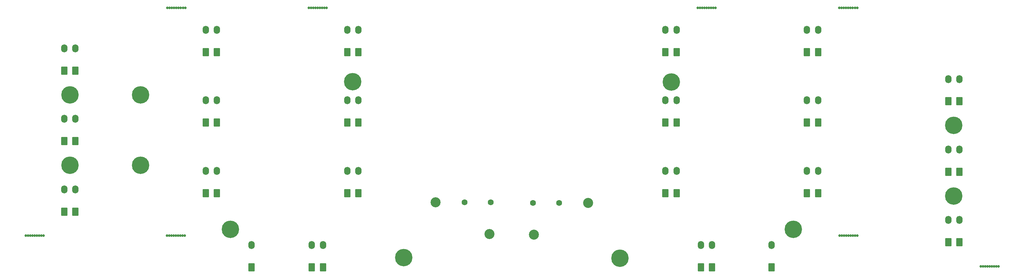
<source format=gts>
%TF.GenerationSoftware,KiCad,Pcbnew,(6.0.11)*%
%TF.CreationDate,2023-01-31T22:09:30+01:00*%
%TF.ProjectId,corne-light,636f726e-652d-46c6-9967-68742e6b6963,2.0*%
%TF.SameCoordinates,Original*%
%TF.FileFunction,Soldermask,Top*%
%TF.FilePolarity,Negative*%
%FSLAX46Y46*%
G04 Gerber Fmt 4.6, Leading zero omitted, Abs format (unit mm)*
G04 Created by KiCad (PCBNEW (6.0.11)) date 2023-01-31 22:09:30*
%MOMM*%
%LPD*%
G01*
G04 APERTURE LIST*
G04 Aperture macros list*
%AMRoundRect*
0 Rectangle with rounded corners*
0 $1 Rounding radius*
0 $2 $3 $4 $5 $6 $7 $8 $9 X,Y pos of 4 corners*
0 Add a 4 corners polygon primitive as box body*
4,1,4,$2,$3,$4,$5,$6,$7,$8,$9,$2,$3,0*
0 Add four circle primitives for the rounded corners*
1,1,$1+$1,$2,$3*
1,1,$1+$1,$4,$5*
1,1,$1+$1,$6,$7*
1,1,$1+$1,$8,$9*
0 Add four rect primitives between the rounded corners*
20,1,$1+$1,$2,$3,$4,$5,0*
20,1,$1+$1,$4,$5,$6,$7,0*
20,1,$1+$1,$6,$7,$8,$9,0*
20,1,$1+$1,$8,$9,$2,$3,0*%
G04 Aperture macros list end*
%ADD10C,4.700000*%
%ADD11O,1.700000X2.178000*%
%ADD12RoundRect,0.200000X0.650000X-0.889000X0.650000X0.889000X-0.650000X0.889000X-0.650000X-0.889000X0*%
%ADD13C,1.600000*%
%ADD14C,2.700000*%
%ADD15C,0.700000*%
G04 APERTURE END LIST*
D10*
%TO.C,Ref\u002A\u002A*%
X50712500Y-55445000D03*
%TD*%
%TO.C,Ref\u002A\u002A*%
X50712500Y-74445000D03*
%TD*%
D11*
%TO.C,D13*%
X30187500Y-80916875D03*
D12*
X30187500Y-86916875D03*
%TD*%
D11*
%TO.C,D14*%
X33187500Y-80920000D03*
D12*
X33187500Y-86920000D03*
%TD*%
D11*
%TO.C,D34*%
X270640700Y-89168900D03*
D12*
X270640700Y-95168900D03*
%TD*%
D11*
%TO.C,D12*%
X109187500Y-56920000D03*
D12*
X109187500Y-62920000D03*
%TD*%
D11*
%TO.C,D33*%
X191684847Y-56920432D03*
D12*
X191684847Y-62920432D03*
%TD*%
D11*
%TO.C,D32*%
X194684847Y-56920432D03*
D12*
X194684847Y-62920432D03*
%TD*%
D11*
%TO.C,D31*%
X229684847Y-56915432D03*
D12*
X229684847Y-62915432D03*
%TD*%
D11*
%TO.C,D30*%
X232684847Y-56920432D03*
D12*
X232684847Y-62920432D03*
%TD*%
D11*
%TO.C,D29*%
X267640700Y-70168900D03*
D12*
X267640700Y-76168900D03*
%TD*%
D11*
%TO.C,D28*%
X270640700Y-70168900D03*
D12*
X270640700Y-76168900D03*
%TD*%
D11*
%TO.C,D27*%
X191684847Y-37920432D03*
D12*
X191684847Y-43920432D03*
%TD*%
D11*
%TO.C,D26*%
X194684847Y-37920432D03*
D12*
X194684847Y-43920432D03*
%TD*%
D11*
%TO.C,D25*%
X229684847Y-37915432D03*
D12*
X229684847Y-43915432D03*
%TD*%
D11*
%TO.C,D24*%
X232684847Y-37920432D03*
D12*
X232684847Y-43920432D03*
%TD*%
D11*
%TO.C,D23*%
X267640700Y-51168900D03*
D12*
X267640700Y-57168900D03*
%TD*%
D11*
%TO.C,D22*%
X270640700Y-51168900D03*
D12*
X270640700Y-57168900D03*
%TD*%
D11*
%TO.C,D42*%
X201194847Y-95915432D03*
D12*
X201194847Y-101915432D03*
%TD*%
D11*
%TO.C,D41*%
X204194847Y-95915432D03*
D12*
X204194847Y-101915432D03*
%TD*%
D11*
%TO.C,D40*%
X220184847Y-95930432D03*
D12*
X220184847Y-101930432D03*
%TD*%
D11*
%TO.C,D39*%
X191684847Y-75920432D03*
D12*
X191684847Y-81920432D03*
%TD*%
D11*
%TO.C,D38*%
X194684847Y-75920432D03*
D12*
X194684847Y-81920432D03*
%TD*%
D11*
%TO.C,D37*%
X229684847Y-75915432D03*
D12*
X229684847Y-81915432D03*
%TD*%
D11*
%TO.C,D36*%
X232684847Y-75920432D03*
D12*
X232684847Y-81920432D03*
%TD*%
D11*
%TO.C,D35*%
X267640700Y-89168900D03*
D12*
X267640700Y-95168900D03*
%TD*%
D11*
%TO.C,D1*%
X30187500Y-42916875D03*
D12*
X30187500Y-48916875D03*
%TD*%
D11*
%TO.C,D2*%
X33187500Y-42920000D03*
D12*
X33187500Y-48920000D03*
%TD*%
D11*
%TO.C,D3*%
X68187500Y-37920000D03*
D12*
X68187500Y-43920000D03*
%TD*%
D11*
%TO.C,D4*%
X71187500Y-37915000D03*
D12*
X71187500Y-43915000D03*
%TD*%
D11*
%TO.C,D5*%
X106187500Y-37920000D03*
D12*
X106187500Y-43920000D03*
%TD*%
D11*
%TO.C,D6*%
X109187500Y-37920000D03*
D12*
X109187500Y-43920000D03*
%TD*%
D11*
%TO.C,D7*%
X30187500Y-61916875D03*
D12*
X30187500Y-67916875D03*
%TD*%
D11*
%TO.C,D8*%
X33187500Y-61920000D03*
D12*
X33187500Y-67920000D03*
%TD*%
D11*
%TO.C,D9*%
X68187500Y-56920000D03*
D12*
X68187500Y-62920000D03*
%TD*%
D11*
%TO.C,D10*%
X71187500Y-56915000D03*
D12*
X71187500Y-62915000D03*
%TD*%
D11*
%TO.C,D11*%
X106187500Y-56920000D03*
D12*
X106187500Y-62920000D03*
%TD*%
D11*
%TO.C,D15*%
X68187500Y-75920000D03*
D12*
X68187500Y-81920000D03*
%TD*%
D11*
%TO.C,D16*%
X71187500Y-75915000D03*
D12*
X71187500Y-81915000D03*
%TD*%
D11*
%TO.C,D17*%
X106187500Y-75920000D03*
D12*
X106187500Y-81920000D03*
%TD*%
D11*
%TO.C,D18*%
X109187500Y-75920000D03*
D12*
X109187500Y-81920000D03*
%TD*%
D11*
%TO.C,D19*%
X80507500Y-95910000D03*
D12*
X80507500Y-101910000D03*
%TD*%
D11*
%TO.C,D20*%
X96687500Y-95905000D03*
D12*
X96687500Y-101905000D03*
%TD*%
D11*
%TO.C,D21*%
X99687500Y-95905000D03*
D12*
X99687500Y-101905000D03*
%TD*%
D13*
%TO.C,J6*%
X163107847Y-84565432D03*
X156107847Y-84565432D03*
%TD*%
%TO.C,J1*%
X137714500Y-84432000D03*
X144714500Y-84432000D03*
%TD*%
D14*
%TO.C,Ref\u002A\u002A*%
X170889847Y-84542432D03*
%TD*%
%TO.C,Ref\u002A\u002A*%
X156330847Y-93085432D03*
%TD*%
%TO.C,Ref\u002A\u002A*%
X144376500Y-92940000D03*
%TD*%
%TO.C,Ref\u002A\u002A*%
X129944500Y-84419000D03*
%TD*%
D10*
%TO.C,Ref\u002A\u002A*%
X269151700Y-82675400D03*
%TD*%
%TO.C,Ref\u002A\u002A*%
X269151700Y-63675400D03*
%TD*%
%TO.C,Ref\u002A\u002A*%
X226055847Y-91696932D03*
%TD*%
%TO.C,Ref\u002A\u002A*%
X179485847Y-99446932D03*
%TD*%
%TO.C,Ref\u002A\u002A*%
X193235847Y-51936932D03*
%TD*%
%TO.C,Ref\u002A\u002A*%
X121405500Y-99300000D03*
%TD*%
%TO.C,Ref\u002A\u002A*%
X74839500Y-91685500D03*
%TD*%
%TO.C,Ref\u002A\u002A*%
X31695500Y-55420500D03*
%TD*%
%TO.C,Ref\u002A\u002A*%
X107650500Y-51930500D03*
%TD*%
%TO.C,Ref\u002A\u002A*%
X31695500Y-74420500D03*
%TD*%
D15*
%TO.C,J5*%
X239640000Y-93390000D03*
X238452500Y-93390000D03*
X240233750Y-93390000D03*
X239046250Y-93390000D03*
X243202500Y-93390000D03*
X242608750Y-93390000D03*
X242015000Y-93390000D03*
X241421250Y-93390000D03*
X240827500Y-93390000D03*
%TD*%
%TO.C,J5*%
X277595853Y-101638468D03*
X276408353Y-101638468D03*
X278189603Y-101638468D03*
X277002103Y-101638468D03*
X281158353Y-101638468D03*
X280564603Y-101638468D03*
X279970853Y-101638468D03*
X279377103Y-101638468D03*
X278783353Y-101638468D03*
%TD*%
%TO.C,J5*%
X239610000Y-31970000D03*
X238422500Y-31970000D03*
X240203750Y-31970000D03*
X239016250Y-31970000D03*
X243172500Y-31970000D03*
X242578750Y-31970000D03*
X241985000Y-31970000D03*
X241391250Y-31970000D03*
X240797500Y-31970000D03*
%TD*%
%TO.C,J5*%
X201590000Y-31980000D03*
X200402500Y-31980000D03*
X202183750Y-31980000D03*
X200996250Y-31980000D03*
X205152500Y-31980000D03*
X204558750Y-31980000D03*
X203965000Y-31980000D03*
X203371250Y-31980000D03*
X202777500Y-31980000D03*
%TD*%
%TO.C,J5*%
X97070000Y-31970000D03*
X95882500Y-31970000D03*
X97663750Y-31970000D03*
X96476250Y-31970000D03*
X100632500Y-31970000D03*
X100038750Y-31970000D03*
X99445000Y-31970000D03*
X98851250Y-31970000D03*
X98257500Y-31970000D03*
%TD*%
%TO.C,J5*%
X59100000Y-31970000D03*
X57912500Y-31970000D03*
X59693750Y-31970000D03*
X58506250Y-31970000D03*
X62662500Y-31970000D03*
X62068750Y-31970000D03*
X61475000Y-31970000D03*
X60881250Y-31970000D03*
X60287500Y-31970000D03*
%TD*%
%TO.C,J5*%
X58997000Y-93380000D03*
X57809500Y-93380000D03*
X59590750Y-93380000D03*
X58403250Y-93380000D03*
X62559500Y-93380000D03*
X61965750Y-93380000D03*
X61372000Y-93380000D03*
X60778250Y-93380000D03*
X60184500Y-93380000D03*
%TD*%
%TO.C,J5*%
X21008750Y-93380000D03*
X19821250Y-93380000D03*
X21602500Y-93380000D03*
X20415000Y-93380000D03*
X24571250Y-93380000D03*
X23977500Y-93380000D03*
X23383750Y-93380000D03*
X22790000Y-93380000D03*
X22196250Y-93380000D03*
%TD*%
M02*

</source>
